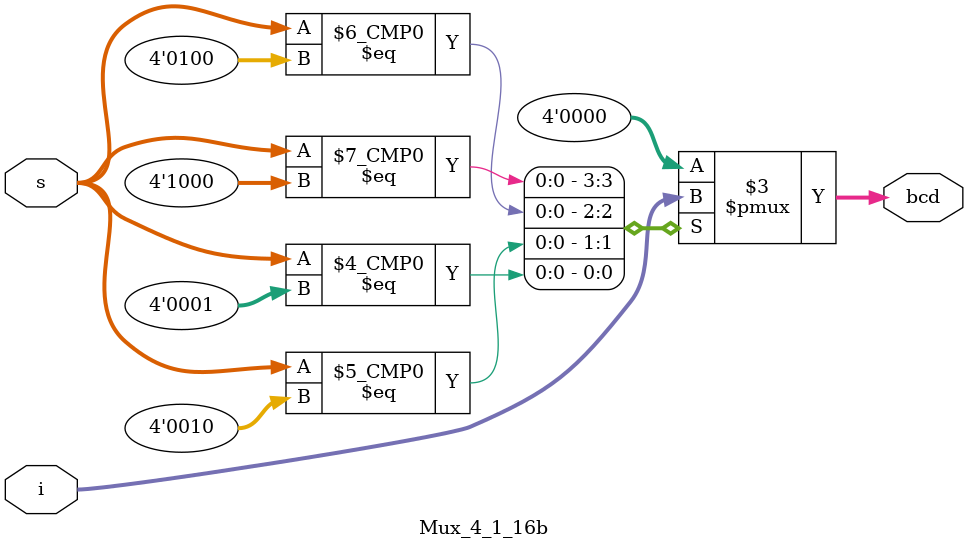
<source format=v>
`timescale 1ns / 1ps


module Mux_4_1_16b(
input [15:0] i,
input [3:0] s,
output reg [3:0] bcd
);

    always@(*)
    begin
        case(s)
            4'b1000 : bcd = i[15:12];
            4'b0100 : bcd = i[11:8];
            4'b0010 : bcd = i[7:4];
            4'b0001 : bcd = i[3:0];
            default: bcd = 4'b0000;
        endcase

    end
    
endmodule

</source>
